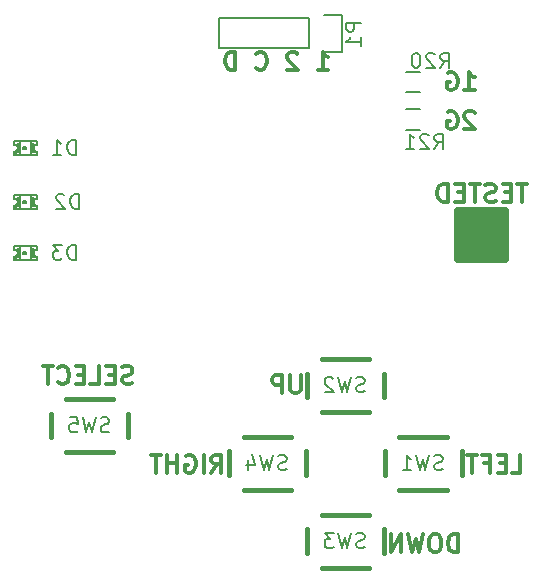
<source format=gbo>
G04 #@! TF.FileFunction,Legend,Bot*
%FSLAX46Y46*%
G04 Gerber Fmt 4.6, Leading zero omitted, Abs format (unit mm)*
G04 Created by KiCad (PCBNEW (after 2015-mar-04 BZR unknown)-product) date 7/16/2015 5:07:47 PM*
%MOMM*%
G01*
G04 APERTURE LIST*
%ADD10C,0.150000*%
%ADD11C,0.300000*%
%ADD12C,0.381000*%
%ADD13C,0.650000*%
%ADD14C,0.304800*%
G04 APERTURE END LIST*
D10*
D11*
X136052571Y-73743429D02*
X135981142Y-73672000D01*
X135838285Y-73600571D01*
X135481142Y-73600571D01*
X135338285Y-73672000D01*
X135266856Y-73743429D01*
X135195428Y-73886286D01*
X135195428Y-74029143D01*
X135266856Y-74243429D01*
X136123999Y-75100571D01*
X135195428Y-75100571D01*
X133766857Y-73672000D02*
X133909714Y-73600571D01*
X134124000Y-73600571D01*
X134338285Y-73672000D01*
X134481143Y-73814857D01*
X134552571Y-73957714D01*
X134624000Y-74243429D01*
X134624000Y-74457714D01*
X134552571Y-74743429D01*
X134481143Y-74886286D01*
X134338285Y-75029143D01*
X134124000Y-75100571D01*
X133981143Y-75100571D01*
X133766857Y-75029143D01*
X133695428Y-74957714D01*
X133695428Y-74457714D01*
X133981143Y-74457714D01*
X135195428Y-71798571D02*
X136052571Y-71798571D01*
X135623999Y-71798571D02*
X135623999Y-70298571D01*
X135766856Y-70512857D01*
X135909714Y-70655714D01*
X136052571Y-70727143D01*
X133766857Y-70370000D02*
X133909714Y-70298571D01*
X134124000Y-70298571D01*
X134338285Y-70370000D01*
X134481143Y-70512857D01*
X134552571Y-70655714D01*
X134624000Y-70941429D01*
X134624000Y-71155714D01*
X134552571Y-71441429D01*
X134481143Y-71584286D01*
X134338285Y-71727143D01*
X134124000Y-71798571D01*
X133981143Y-71798571D01*
X133766857Y-71727143D01*
X133695428Y-71655714D01*
X133695428Y-71155714D01*
X133981143Y-71155714D01*
X107092286Y-96619143D02*
X106878000Y-96690571D01*
X106520857Y-96690571D01*
X106378000Y-96619143D01*
X106306571Y-96547714D01*
X106235143Y-96404857D01*
X106235143Y-96262000D01*
X106306571Y-96119143D01*
X106378000Y-96047714D01*
X106520857Y-95976286D01*
X106806571Y-95904857D01*
X106949429Y-95833429D01*
X107020857Y-95762000D01*
X107092286Y-95619143D01*
X107092286Y-95476286D01*
X107020857Y-95333429D01*
X106949429Y-95262000D01*
X106806571Y-95190571D01*
X106449429Y-95190571D01*
X106235143Y-95262000D01*
X105592286Y-95904857D02*
X105092286Y-95904857D01*
X104878000Y-96690571D02*
X105592286Y-96690571D01*
X105592286Y-95190571D01*
X104878000Y-95190571D01*
X103520857Y-96690571D02*
X104235143Y-96690571D01*
X104235143Y-95190571D01*
X103020857Y-95904857D02*
X102520857Y-95904857D01*
X102306571Y-96690571D02*
X103020857Y-96690571D01*
X103020857Y-95190571D01*
X102306571Y-95190571D01*
X100806571Y-96547714D02*
X100878000Y-96619143D01*
X101092286Y-96690571D01*
X101235143Y-96690571D01*
X101449428Y-96619143D01*
X101592286Y-96476286D01*
X101663714Y-96333429D01*
X101735143Y-96047714D01*
X101735143Y-95833429D01*
X101663714Y-95547714D01*
X101592286Y-95404857D01*
X101449428Y-95262000D01*
X101235143Y-95190571D01*
X101092286Y-95190571D01*
X100878000Y-95262000D01*
X100806571Y-95333429D01*
X100378000Y-95190571D02*
X99520857Y-95190571D01*
X99949428Y-96690571D02*
X99949428Y-95190571D01*
X134647429Y-110914571D02*
X134647429Y-109414571D01*
X134290286Y-109414571D01*
X134076001Y-109486000D01*
X133933143Y-109628857D01*
X133861715Y-109771714D01*
X133790286Y-110057429D01*
X133790286Y-110271714D01*
X133861715Y-110557429D01*
X133933143Y-110700286D01*
X134076001Y-110843143D01*
X134290286Y-110914571D01*
X134647429Y-110914571D01*
X132861715Y-109414571D02*
X132576001Y-109414571D01*
X132433143Y-109486000D01*
X132290286Y-109628857D01*
X132218858Y-109914571D01*
X132218858Y-110414571D01*
X132290286Y-110700286D01*
X132433143Y-110843143D01*
X132576001Y-110914571D01*
X132861715Y-110914571D01*
X133004572Y-110843143D01*
X133147429Y-110700286D01*
X133218858Y-110414571D01*
X133218858Y-109914571D01*
X133147429Y-109628857D01*
X133004572Y-109486000D01*
X132861715Y-109414571D01*
X131718857Y-109414571D02*
X131361714Y-110914571D01*
X131076000Y-109843143D01*
X130790286Y-110914571D01*
X130433143Y-109414571D01*
X129861714Y-110914571D02*
X129861714Y-109414571D01*
X129004571Y-110914571D01*
X129004571Y-109414571D01*
X113760000Y-104183571D02*
X114260000Y-103469286D01*
X114617143Y-104183571D02*
X114617143Y-102683571D01*
X114045715Y-102683571D01*
X113902857Y-102755000D01*
X113831429Y-102826429D01*
X113760000Y-102969286D01*
X113760000Y-103183571D01*
X113831429Y-103326429D01*
X113902857Y-103397857D01*
X114045715Y-103469286D01*
X114617143Y-103469286D01*
X113117143Y-104183571D02*
X113117143Y-102683571D01*
X111617143Y-102755000D02*
X111760000Y-102683571D01*
X111974286Y-102683571D01*
X112188571Y-102755000D01*
X112331429Y-102897857D01*
X112402857Y-103040714D01*
X112474286Y-103326429D01*
X112474286Y-103540714D01*
X112402857Y-103826429D01*
X112331429Y-103969286D01*
X112188571Y-104112143D01*
X111974286Y-104183571D01*
X111831429Y-104183571D01*
X111617143Y-104112143D01*
X111545714Y-104040714D01*
X111545714Y-103540714D01*
X111831429Y-103540714D01*
X110902857Y-104183571D02*
X110902857Y-102683571D01*
X110902857Y-103397857D02*
X110045714Y-103397857D01*
X110045714Y-104183571D02*
X110045714Y-102683571D01*
X109545714Y-102683571D02*
X108688571Y-102683571D01*
X109117142Y-104183571D02*
X109117142Y-102683571D01*
X139223571Y-104183571D02*
X139937857Y-104183571D01*
X139937857Y-102683571D01*
X138723571Y-103397857D02*
X138223571Y-103397857D01*
X138009285Y-104183571D02*
X138723571Y-104183571D01*
X138723571Y-102683571D01*
X138009285Y-102683571D01*
X136866428Y-103397857D02*
X137366428Y-103397857D01*
X137366428Y-104183571D02*
X137366428Y-102683571D01*
X136652142Y-102683571D01*
X136295000Y-102683571D02*
X135437857Y-102683571D01*
X135866428Y-104183571D02*
X135866428Y-102683571D01*
X121320571Y-95952571D02*
X121320571Y-97166857D01*
X121249143Y-97309714D01*
X121177714Y-97381143D01*
X121034857Y-97452571D01*
X120749143Y-97452571D01*
X120606285Y-97381143D01*
X120534857Y-97309714D01*
X120463428Y-97166857D01*
X120463428Y-95952571D01*
X119749142Y-97452571D02*
X119749142Y-95952571D01*
X119177714Y-95952571D01*
X119034856Y-96024000D01*
X118963428Y-96095429D01*
X118891999Y-96238286D01*
X118891999Y-96452571D01*
X118963428Y-96595429D01*
X119034856Y-96666857D01*
X119177714Y-96738286D01*
X119749142Y-96738286D01*
X122778399Y-70071371D02*
X123635542Y-70071371D01*
X123206970Y-70071371D02*
X123206970Y-68571371D01*
X123349827Y-68785657D01*
X123492685Y-68928514D01*
X123635542Y-68999943D01*
X121064114Y-68714229D02*
X120992685Y-68642800D01*
X120849828Y-68571371D01*
X120492685Y-68571371D01*
X120349828Y-68642800D01*
X120278399Y-68714229D01*
X120206971Y-68857086D01*
X120206971Y-68999943D01*
X120278399Y-69214229D01*
X121135542Y-70071371D01*
X120206971Y-70071371D01*
X117564114Y-69928514D02*
X117635543Y-69999943D01*
X117849829Y-70071371D01*
X117992686Y-70071371D01*
X118206971Y-69999943D01*
X118349829Y-69857086D01*
X118421257Y-69714229D01*
X118492686Y-69428514D01*
X118492686Y-69214229D01*
X118421257Y-68928514D01*
X118349829Y-68785657D01*
X118206971Y-68642800D01*
X117992686Y-68571371D01*
X117849829Y-68571371D01*
X117635543Y-68642800D01*
X117564114Y-68714229D01*
X115778400Y-70071371D02*
X115778400Y-68571371D01*
X115421257Y-68571371D01*
X115206972Y-68642800D01*
X115064114Y-68785657D01*
X114992686Y-68928514D01*
X114921257Y-69214229D01*
X114921257Y-69428514D01*
X114992686Y-69714229D01*
X115064114Y-69857086D01*
X115206972Y-69999943D01*
X115421257Y-70071371D01*
X115778400Y-70071371D01*
D10*
X131410000Y-70245000D02*
X130210000Y-70245000D01*
X130210000Y-71995000D02*
X131410000Y-71995000D01*
X131410000Y-73420000D02*
X130210000Y-73420000D01*
X130210000Y-75170000D02*
X131410000Y-75170000D01*
X122040000Y-68270000D02*
X114420000Y-68270000D01*
X122040000Y-65730000D02*
X114420000Y-65730000D01*
X124860000Y-65450000D02*
X123310000Y-65450000D01*
X114420000Y-68270000D02*
X114420000Y-65730000D01*
X122040000Y-65730000D02*
X122040000Y-68270000D01*
X123310000Y-68550000D02*
X124860000Y-68550000D01*
X124860000Y-68550000D02*
X124860000Y-65450000D01*
D12*
X134951200Y-102399240D02*
X134951200Y-104400760D01*
X133698980Y-105650440D02*
X129701020Y-105650440D01*
X128448800Y-102399240D02*
X128448800Y-104149300D01*
X128448800Y-104149300D02*
X128448800Y-104400760D01*
X133698980Y-101149560D02*
X129701020Y-101149560D01*
X128351200Y-95799240D02*
X128351200Y-97800760D01*
X127098980Y-99050440D02*
X123101020Y-99050440D01*
X121848800Y-95799240D02*
X121848800Y-97549300D01*
X121848800Y-97549300D02*
X121848800Y-97800760D01*
X127098980Y-94549560D02*
X123101020Y-94549560D01*
X128351200Y-108999240D02*
X128351200Y-111000760D01*
X127098980Y-112250440D02*
X123101020Y-112250440D01*
X121848800Y-108999240D02*
X121848800Y-110749300D01*
X121848800Y-110749300D02*
X121848800Y-111000760D01*
X127098980Y-107749560D02*
X123101020Y-107749560D01*
X121751200Y-102399240D02*
X121751200Y-104400760D01*
X120498980Y-105650440D02*
X116501020Y-105650440D01*
X115248800Y-102399240D02*
X115248800Y-104149300D01*
X115248800Y-104149300D02*
X115248800Y-104400760D01*
X120498980Y-101149560D02*
X116501020Y-101149560D01*
X106727200Y-99199240D02*
X106727200Y-101200760D01*
X105474980Y-102450440D02*
X101477020Y-102450440D01*
X100224800Y-99199240D02*
X100224800Y-100949300D01*
X100224800Y-100949300D02*
X100224800Y-101200760D01*
X105474980Y-97949560D02*
X101477020Y-97949560D01*
D10*
X97546160Y-76408280D02*
X97546160Y-76083160D01*
X97546160Y-76083160D02*
X97045780Y-76083160D01*
X97045780Y-76408280D02*
X97045780Y-76083160D01*
X97546160Y-76408280D02*
X97045780Y-76408280D01*
X97546160Y-77030580D02*
X97546160Y-76880720D01*
X97546160Y-76880720D02*
X97294700Y-76880720D01*
X97294700Y-77030580D02*
X97294700Y-76880720D01*
X97546160Y-77030580D02*
X97294700Y-77030580D01*
X97546160Y-76535280D02*
X97546160Y-76385420D01*
X97546160Y-76385420D02*
X97294700Y-76385420D01*
X97294700Y-76535280D02*
X97294700Y-76385420D01*
X97546160Y-76535280D02*
X97294700Y-76535280D01*
X97546160Y-76906120D02*
X97546160Y-76509880D01*
X97546160Y-76509880D02*
X97370900Y-76509880D01*
X97370900Y-76906120D02*
X97370900Y-76509880D01*
X97546160Y-76906120D02*
X97370900Y-76906120D01*
X99042220Y-76408280D02*
X99042220Y-76083160D01*
X99042220Y-76083160D02*
X98541840Y-76083160D01*
X98541840Y-76408280D02*
X98541840Y-76083160D01*
X99042220Y-76408280D02*
X98541840Y-76408280D01*
X99042220Y-77332840D02*
X99042220Y-77007720D01*
X99042220Y-77007720D02*
X98541840Y-77007720D01*
X98541840Y-77332840D02*
X98541840Y-77007720D01*
X99042220Y-77332840D02*
X98541840Y-77332840D01*
X98793300Y-76535280D02*
X98793300Y-76385420D01*
X98793300Y-76385420D02*
X98541840Y-76385420D01*
X98541840Y-76535280D02*
X98541840Y-76385420D01*
X98793300Y-76535280D02*
X98541840Y-76535280D01*
X98793300Y-77030580D02*
X98793300Y-76880720D01*
X98793300Y-76880720D02*
X98541840Y-76880720D01*
X98541840Y-77030580D02*
X98541840Y-76880720D01*
X98793300Y-77030580D02*
X98541840Y-77030580D01*
X98717100Y-76906120D02*
X98717100Y-76509880D01*
X98717100Y-76509880D02*
X98541840Y-76509880D01*
X98541840Y-76906120D02*
X98541840Y-76509880D01*
X98717100Y-76906120D02*
X98541840Y-76906120D01*
X98044000Y-76807060D02*
X98044000Y-76608940D01*
X98044000Y-76608940D02*
X97845880Y-76608940D01*
X97845880Y-76807060D02*
X97845880Y-76608940D01*
X98044000Y-76807060D02*
X97845880Y-76807060D01*
X97546160Y-77307440D02*
X97546160Y-77007720D01*
X97546160Y-77007720D02*
X97246440Y-77007720D01*
X97246440Y-77307440D02*
X97246440Y-77007720D01*
X97546160Y-77307440D02*
X97246440Y-77307440D01*
X97119440Y-77332840D02*
X97119440Y-77106780D01*
X97119440Y-77106780D02*
X97045780Y-77106780D01*
X97045780Y-77332840D02*
X97045780Y-77106780D01*
X97119440Y-77332840D02*
X97045780Y-77332840D01*
X97520760Y-76133960D02*
X98567240Y-76133960D01*
X98541840Y-77282040D02*
X97119440Y-77282040D01*
X97267482Y-77157580D02*
G75*
G03X97267482Y-77157580I-71842J0D01*
G01*
X97045780Y-77055980D02*
G75*
G03X97045780Y-76360020I0J347980D01*
G01*
X99042220Y-76360020D02*
G75*
G03X99042220Y-77055980I0J-347980D01*
G01*
X97546160Y-80980280D02*
X97546160Y-80655160D01*
X97546160Y-80655160D02*
X97045780Y-80655160D01*
X97045780Y-80980280D02*
X97045780Y-80655160D01*
X97546160Y-80980280D02*
X97045780Y-80980280D01*
X97546160Y-81602580D02*
X97546160Y-81452720D01*
X97546160Y-81452720D02*
X97294700Y-81452720D01*
X97294700Y-81602580D02*
X97294700Y-81452720D01*
X97546160Y-81602580D02*
X97294700Y-81602580D01*
X97546160Y-81107280D02*
X97546160Y-80957420D01*
X97546160Y-80957420D02*
X97294700Y-80957420D01*
X97294700Y-81107280D02*
X97294700Y-80957420D01*
X97546160Y-81107280D02*
X97294700Y-81107280D01*
X97546160Y-81478120D02*
X97546160Y-81081880D01*
X97546160Y-81081880D02*
X97370900Y-81081880D01*
X97370900Y-81478120D02*
X97370900Y-81081880D01*
X97546160Y-81478120D02*
X97370900Y-81478120D01*
X99042220Y-80980280D02*
X99042220Y-80655160D01*
X99042220Y-80655160D02*
X98541840Y-80655160D01*
X98541840Y-80980280D02*
X98541840Y-80655160D01*
X99042220Y-80980280D02*
X98541840Y-80980280D01*
X99042220Y-81904840D02*
X99042220Y-81579720D01*
X99042220Y-81579720D02*
X98541840Y-81579720D01*
X98541840Y-81904840D02*
X98541840Y-81579720D01*
X99042220Y-81904840D02*
X98541840Y-81904840D01*
X98793300Y-81107280D02*
X98793300Y-80957420D01*
X98793300Y-80957420D02*
X98541840Y-80957420D01*
X98541840Y-81107280D02*
X98541840Y-80957420D01*
X98793300Y-81107280D02*
X98541840Y-81107280D01*
X98793300Y-81602580D02*
X98793300Y-81452720D01*
X98793300Y-81452720D02*
X98541840Y-81452720D01*
X98541840Y-81602580D02*
X98541840Y-81452720D01*
X98793300Y-81602580D02*
X98541840Y-81602580D01*
X98717100Y-81478120D02*
X98717100Y-81081880D01*
X98717100Y-81081880D02*
X98541840Y-81081880D01*
X98541840Y-81478120D02*
X98541840Y-81081880D01*
X98717100Y-81478120D02*
X98541840Y-81478120D01*
X98044000Y-81379060D02*
X98044000Y-81180940D01*
X98044000Y-81180940D02*
X97845880Y-81180940D01*
X97845880Y-81379060D02*
X97845880Y-81180940D01*
X98044000Y-81379060D02*
X97845880Y-81379060D01*
X97546160Y-81879440D02*
X97546160Y-81579720D01*
X97546160Y-81579720D02*
X97246440Y-81579720D01*
X97246440Y-81879440D02*
X97246440Y-81579720D01*
X97546160Y-81879440D02*
X97246440Y-81879440D01*
X97119440Y-81904840D02*
X97119440Y-81678780D01*
X97119440Y-81678780D02*
X97045780Y-81678780D01*
X97045780Y-81904840D02*
X97045780Y-81678780D01*
X97119440Y-81904840D02*
X97045780Y-81904840D01*
X97520760Y-80705960D02*
X98567240Y-80705960D01*
X98541840Y-81854040D02*
X97119440Y-81854040D01*
X97267482Y-81729580D02*
G75*
G03X97267482Y-81729580I-71842J0D01*
G01*
X97045780Y-81627980D02*
G75*
G03X97045780Y-80932020I0J347980D01*
G01*
X99042220Y-80932020D02*
G75*
G03X99042220Y-81627980I0J-347980D01*
G01*
X97546160Y-85298280D02*
X97546160Y-84973160D01*
X97546160Y-84973160D02*
X97045780Y-84973160D01*
X97045780Y-85298280D02*
X97045780Y-84973160D01*
X97546160Y-85298280D02*
X97045780Y-85298280D01*
X97546160Y-85920580D02*
X97546160Y-85770720D01*
X97546160Y-85770720D02*
X97294700Y-85770720D01*
X97294700Y-85920580D02*
X97294700Y-85770720D01*
X97546160Y-85920580D02*
X97294700Y-85920580D01*
X97546160Y-85425280D02*
X97546160Y-85275420D01*
X97546160Y-85275420D02*
X97294700Y-85275420D01*
X97294700Y-85425280D02*
X97294700Y-85275420D01*
X97546160Y-85425280D02*
X97294700Y-85425280D01*
X97546160Y-85796120D02*
X97546160Y-85399880D01*
X97546160Y-85399880D02*
X97370900Y-85399880D01*
X97370900Y-85796120D02*
X97370900Y-85399880D01*
X97546160Y-85796120D02*
X97370900Y-85796120D01*
X99042220Y-85298280D02*
X99042220Y-84973160D01*
X99042220Y-84973160D02*
X98541840Y-84973160D01*
X98541840Y-85298280D02*
X98541840Y-84973160D01*
X99042220Y-85298280D02*
X98541840Y-85298280D01*
X99042220Y-86222840D02*
X99042220Y-85897720D01*
X99042220Y-85897720D02*
X98541840Y-85897720D01*
X98541840Y-86222840D02*
X98541840Y-85897720D01*
X99042220Y-86222840D02*
X98541840Y-86222840D01*
X98793300Y-85425280D02*
X98793300Y-85275420D01*
X98793300Y-85275420D02*
X98541840Y-85275420D01*
X98541840Y-85425280D02*
X98541840Y-85275420D01*
X98793300Y-85425280D02*
X98541840Y-85425280D01*
X98793300Y-85920580D02*
X98793300Y-85770720D01*
X98793300Y-85770720D02*
X98541840Y-85770720D01*
X98541840Y-85920580D02*
X98541840Y-85770720D01*
X98793300Y-85920580D02*
X98541840Y-85920580D01*
X98717100Y-85796120D02*
X98717100Y-85399880D01*
X98717100Y-85399880D02*
X98541840Y-85399880D01*
X98541840Y-85796120D02*
X98541840Y-85399880D01*
X98717100Y-85796120D02*
X98541840Y-85796120D01*
X98044000Y-85697060D02*
X98044000Y-85498940D01*
X98044000Y-85498940D02*
X97845880Y-85498940D01*
X97845880Y-85697060D02*
X97845880Y-85498940D01*
X98044000Y-85697060D02*
X97845880Y-85697060D01*
X97546160Y-86197440D02*
X97546160Y-85897720D01*
X97546160Y-85897720D02*
X97246440Y-85897720D01*
X97246440Y-86197440D02*
X97246440Y-85897720D01*
X97546160Y-86197440D02*
X97246440Y-86197440D01*
X97119440Y-86222840D02*
X97119440Y-85996780D01*
X97119440Y-85996780D02*
X97045780Y-85996780D01*
X97045780Y-86222840D02*
X97045780Y-85996780D01*
X97119440Y-86222840D02*
X97045780Y-86222840D01*
X97520760Y-85023960D02*
X98567240Y-85023960D01*
X98541840Y-86172040D02*
X97119440Y-86172040D01*
X97267482Y-86047580D02*
G75*
G03X97267482Y-86047580I-71842J0D01*
G01*
X97045780Y-85945980D02*
G75*
G03X97045780Y-85250020I0J347980D01*
G01*
X99042220Y-85250020D02*
G75*
G03X99042220Y-85945980I0J-347980D01*
G01*
D13*
X134652000Y-82074000D02*
X138652000Y-82074000D01*
X138652000Y-82074000D02*
X138652000Y-86074000D01*
X138652000Y-86074000D02*
X134652000Y-86074000D01*
X134652000Y-86074000D02*
X134652000Y-82074000D01*
X134652000Y-82074000D02*
X134652000Y-82574000D01*
X134652000Y-82574000D02*
X138652000Y-82574000D01*
X138652000Y-82574000D02*
X138652000Y-83074000D01*
X138652000Y-83074000D02*
X134652000Y-83074000D01*
X134652000Y-83074000D02*
X134652000Y-83574000D01*
X134652000Y-83574000D02*
X138652000Y-83574000D01*
X138652000Y-83574000D02*
X138652000Y-84074000D01*
X138652000Y-84074000D02*
X134652000Y-84074000D01*
X134652000Y-84074000D02*
X134652000Y-84574000D01*
X134652000Y-84574000D02*
X138152000Y-84574000D01*
X138152000Y-84574000D02*
X138652000Y-84574000D01*
X138652000Y-84574000D02*
X138652000Y-85074000D01*
X138652000Y-85074000D02*
X134652000Y-85074000D01*
X134652000Y-85074000D02*
X134652000Y-85574000D01*
X134652000Y-85574000D02*
X138652000Y-85574000D01*
D10*
X133150429Y-69916524D02*
X133573762Y-69311762D01*
X133876143Y-69916524D02*
X133876143Y-68646524D01*
X133392334Y-68646524D01*
X133271381Y-68707000D01*
X133210905Y-68767476D01*
X133150429Y-68888429D01*
X133150429Y-69069857D01*
X133210905Y-69190810D01*
X133271381Y-69251286D01*
X133392334Y-69311762D01*
X133876143Y-69311762D01*
X132666619Y-68767476D02*
X132606143Y-68707000D01*
X132485191Y-68646524D01*
X132182810Y-68646524D01*
X132061857Y-68707000D01*
X132001381Y-68767476D01*
X131940905Y-68888429D01*
X131940905Y-69009381D01*
X132001381Y-69190810D01*
X132727095Y-69916524D01*
X131940905Y-69916524D01*
X131154714Y-68646524D02*
X131033762Y-68646524D01*
X130912810Y-68707000D01*
X130852333Y-68767476D01*
X130791857Y-68888429D01*
X130731381Y-69130333D01*
X130731381Y-69432714D01*
X130791857Y-69674619D01*
X130852333Y-69795571D01*
X130912810Y-69856048D01*
X131033762Y-69916524D01*
X131154714Y-69916524D01*
X131275667Y-69856048D01*
X131336143Y-69795571D01*
X131396619Y-69674619D01*
X131457095Y-69432714D01*
X131457095Y-69130333D01*
X131396619Y-68888429D01*
X131336143Y-68767476D01*
X131275667Y-68707000D01*
X131154714Y-68646524D01*
X132642429Y-76774524D02*
X133065762Y-76169762D01*
X133368143Y-76774524D02*
X133368143Y-75504524D01*
X132884334Y-75504524D01*
X132763381Y-75565000D01*
X132702905Y-75625476D01*
X132642429Y-75746429D01*
X132642429Y-75927857D01*
X132702905Y-76048810D01*
X132763381Y-76109286D01*
X132884334Y-76169762D01*
X133368143Y-76169762D01*
X132158619Y-75625476D02*
X132098143Y-75565000D01*
X131977191Y-75504524D01*
X131674810Y-75504524D01*
X131553857Y-75565000D01*
X131493381Y-75625476D01*
X131432905Y-75746429D01*
X131432905Y-75867381D01*
X131493381Y-76048810D01*
X132219095Y-76774524D01*
X131432905Y-76774524D01*
X130223381Y-76774524D02*
X130949095Y-76774524D01*
X130586238Y-76774524D02*
X130586238Y-75504524D01*
X130707190Y-75685952D01*
X130828143Y-75806905D01*
X130949095Y-75867381D01*
X126456924Y-66118619D02*
X125186924Y-66118619D01*
X125186924Y-66602428D01*
X125247400Y-66723381D01*
X125307876Y-66783857D01*
X125428829Y-66844333D01*
X125610257Y-66844333D01*
X125731210Y-66783857D01*
X125791686Y-66723381D01*
X125852162Y-66602428D01*
X125852162Y-66118619D01*
X126456924Y-68053857D02*
X126456924Y-67328143D01*
X126456924Y-67691000D02*
X125186924Y-67691000D01*
X125368352Y-67570048D01*
X125489305Y-67449095D01*
X125549781Y-67328143D01*
X133342533Y-103914048D02*
X133161105Y-103974524D01*
X132858724Y-103974524D01*
X132737771Y-103914048D01*
X132677295Y-103853571D01*
X132616819Y-103732619D01*
X132616819Y-103611667D01*
X132677295Y-103490714D01*
X132737771Y-103430238D01*
X132858724Y-103369762D01*
X133100628Y-103309286D01*
X133221581Y-103248810D01*
X133282057Y-103188333D01*
X133342533Y-103067381D01*
X133342533Y-102946429D01*
X133282057Y-102825476D01*
X133221581Y-102765000D01*
X133100628Y-102704524D01*
X132798248Y-102704524D01*
X132616819Y-102765000D01*
X132193485Y-102704524D02*
X131891104Y-103974524D01*
X131649200Y-103067381D01*
X131407295Y-103974524D01*
X131104914Y-102704524D01*
X129955866Y-103974524D02*
X130681580Y-103974524D01*
X130318723Y-103974524D02*
X130318723Y-102704524D01*
X130439675Y-102885952D01*
X130560628Y-103006905D01*
X130681580Y-103067381D01*
X126742533Y-97314048D02*
X126561105Y-97374524D01*
X126258724Y-97374524D01*
X126137771Y-97314048D01*
X126077295Y-97253571D01*
X126016819Y-97132619D01*
X126016819Y-97011667D01*
X126077295Y-96890714D01*
X126137771Y-96830238D01*
X126258724Y-96769762D01*
X126500628Y-96709286D01*
X126621581Y-96648810D01*
X126682057Y-96588333D01*
X126742533Y-96467381D01*
X126742533Y-96346429D01*
X126682057Y-96225476D01*
X126621581Y-96165000D01*
X126500628Y-96104524D01*
X126198248Y-96104524D01*
X126016819Y-96165000D01*
X125593485Y-96104524D02*
X125291104Y-97374524D01*
X125049200Y-96467381D01*
X124807295Y-97374524D01*
X124504914Y-96104524D01*
X124081580Y-96225476D02*
X124021104Y-96165000D01*
X123900152Y-96104524D01*
X123597771Y-96104524D01*
X123476818Y-96165000D01*
X123416342Y-96225476D01*
X123355866Y-96346429D01*
X123355866Y-96467381D01*
X123416342Y-96648810D01*
X124142056Y-97374524D01*
X123355866Y-97374524D01*
X126742533Y-110514048D02*
X126561105Y-110574524D01*
X126258724Y-110574524D01*
X126137771Y-110514048D01*
X126077295Y-110453571D01*
X126016819Y-110332619D01*
X126016819Y-110211667D01*
X126077295Y-110090714D01*
X126137771Y-110030238D01*
X126258724Y-109969762D01*
X126500628Y-109909286D01*
X126621581Y-109848810D01*
X126682057Y-109788333D01*
X126742533Y-109667381D01*
X126742533Y-109546429D01*
X126682057Y-109425476D01*
X126621581Y-109365000D01*
X126500628Y-109304524D01*
X126198248Y-109304524D01*
X126016819Y-109365000D01*
X125593485Y-109304524D02*
X125291104Y-110574524D01*
X125049200Y-109667381D01*
X124807295Y-110574524D01*
X124504914Y-109304524D01*
X124142056Y-109304524D02*
X123355866Y-109304524D01*
X123779199Y-109788333D01*
X123597771Y-109788333D01*
X123476818Y-109848810D01*
X123416342Y-109909286D01*
X123355866Y-110030238D01*
X123355866Y-110332619D01*
X123416342Y-110453571D01*
X123476818Y-110514048D01*
X123597771Y-110574524D01*
X123960628Y-110574524D01*
X124081580Y-110514048D01*
X124142056Y-110453571D01*
X120142533Y-103914048D02*
X119961105Y-103974524D01*
X119658724Y-103974524D01*
X119537771Y-103914048D01*
X119477295Y-103853571D01*
X119416819Y-103732619D01*
X119416819Y-103611667D01*
X119477295Y-103490714D01*
X119537771Y-103430238D01*
X119658724Y-103369762D01*
X119900628Y-103309286D01*
X120021581Y-103248810D01*
X120082057Y-103188333D01*
X120142533Y-103067381D01*
X120142533Y-102946429D01*
X120082057Y-102825476D01*
X120021581Y-102765000D01*
X119900628Y-102704524D01*
X119598248Y-102704524D01*
X119416819Y-102765000D01*
X118993485Y-102704524D02*
X118691104Y-103974524D01*
X118449200Y-103067381D01*
X118207295Y-103974524D01*
X117904914Y-102704524D01*
X116876818Y-103127857D02*
X116876818Y-103974524D01*
X117179199Y-102644048D02*
X117481580Y-103551190D01*
X116695390Y-103551190D01*
X105118533Y-100714048D02*
X104937105Y-100774524D01*
X104634724Y-100774524D01*
X104513771Y-100714048D01*
X104453295Y-100653571D01*
X104392819Y-100532619D01*
X104392819Y-100411667D01*
X104453295Y-100290714D01*
X104513771Y-100230238D01*
X104634724Y-100169762D01*
X104876628Y-100109286D01*
X104997581Y-100048810D01*
X105058057Y-99988333D01*
X105118533Y-99867381D01*
X105118533Y-99746429D01*
X105058057Y-99625476D01*
X104997581Y-99565000D01*
X104876628Y-99504524D01*
X104574248Y-99504524D01*
X104392819Y-99565000D01*
X103969485Y-99504524D02*
X103667104Y-100774524D01*
X103425200Y-99867381D01*
X103183295Y-100774524D01*
X102880914Y-99504524D01*
X101792342Y-99504524D02*
X102397104Y-99504524D01*
X102457580Y-100109286D01*
X102397104Y-100048810D01*
X102276152Y-99988333D01*
X101973771Y-99988333D01*
X101852818Y-100048810D01*
X101792342Y-100109286D01*
X101731866Y-100230238D01*
X101731866Y-100532619D01*
X101792342Y-100653571D01*
X101852818Y-100714048D01*
X101973771Y-100774524D01*
X102276152Y-100774524D01*
X102397104Y-100714048D01*
X102457580Y-100653571D01*
X102283381Y-77282524D02*
X102283381Y-76012524D01*
X101981000Y-76012524D01*
X101799572Y-76073000D01*
X101678619Y-76193952D01*
X101618143Y-76314905D01*
X101557667Y-76556810D01*
X101557667Y-76738238D01*
X101618143Y-76980143D01*
X101678619Y-77101095D01*
X101799572Y-77222048D01*
X101981000Y-77282524D01*
X102283381Y-77282524D01*
X100348143Y-77282524D02*
X101073857Y-77282524D01*
X100711000Y-77282524D02*
X100711000Y-76012524D01*
X100831952Y-76193952D01*
X100952905Y-76314905D01*
X101073857Y-76375381D01*
X102537381Y-81854524D02*
X102537381Y-80584524D01*
X102235000Y-80584524D01*
X102053572Y-80645000D01*
X101932619Y-80765952D01*
X101872143Y-80886905D01*
X101811667Y-81128810D01*
X101811667Y-81310238D01*
X101872143Y-81552143D01*
X101932619Y-81673095D01*
X102053572Y-81794048D01*
X102235000Y-81854524D01*
X102537381Y-81854524D01*
X101327857Y-80705476D02*
X101267381Y-80645000D01*
X101146429Y-80584524D01*
X100844048Y-80584524D01*
X100723095Y-80645000D01*
X100662619Y-80705476D01*
X100602143Y-80826429D01*
X100602143Y-80947381D01*
X100662619Y-81128810D01*
X101388333Y-81854524D01*
X100602143Y-81854524D01*
X102283381Y-86172524D02*
X102283381Y-84902524D01*
X101981000Y-84902524D01*
X101799572Y-84963000D01*
X101678619Y-85083952D01*
X101618143Y-85204905D01*
X101557667Y-85446810D01*
X101557667Y-85628238D01*
X101618143Y-85870143D01*
X101678619Y-85991095D01*
X101799572Y-86112048D01*
X101981000Y-86172524D01*
X102283381Y-86172524D01*
X101134333Y-84902524D02*
X100348143Y-84902524D01*
X100771476Y-85386333D01*
X100590048Y-85386333D01*
X100469095Y-85446810D01*
X100408619Y-85507286D01*
X100348143Y-85628238D01*
X100348143Y-85930619D01*
X100408619Y-86051571D01*
X100469095Y-86112048D01*
X100590048Y-86172524D01*
X100952905Y-86172524D01*
X101073857Y-86112048D01*
X101134333Y-86051571D01*
D14*
X140534571Y-79739429D02*
X139663714Y-79739429D01*
X140099143Y-81263429D02*
X140099143Y-79739429D01*
X139155714Y-80465143D02*
X138647714Y-80465143D01*
X138430000Y-81263429D02*
X139155714Y-81263429D01*
X139155714Y-79739429D01*
X138430000Y-79739429D01*
X137849428Y-81190857D02*
X137631714Y-81263429D01*
X137268857Y-81263429D01*
X137123714Y-81190857D01*
X137051143Y-81118286D01*
X136978571Y-80973143D01*
X136978571Y-80828000D01*
X137051143Y-80682857D01*
X137123714Y-80610286D01*
X137268857Y-80537714D01*
X137559143Y-80465143D01*
X137704285Y-80392571D01*
X137776857Y-80320000D01*
X137849428Y-80174857D01*
X137849428Y-80029714D01*
X137776857Y-79884571D01*
X137704285Y-79812000D01*
X137559143Y-79739429D01*
X137196285Y-79739429D01*
X136978571Y-79812000D01*
X136543142Y-79739429D02*
X135672285Y-79739429D01*
X136107714Y-81263429D02*
X136107714Y-79739429D01*
X135164285Y-80465143D02*
X134656285Y-80465143D01*
X134438571Y-81263429D02*
X135164285Y-81263429D01*
X135164285Y-79739429D01*
X134438571Y-79739429D01*
X133785428Y-81263429D02*
X133785428Y-79739429D01*
X133422571Y-79739429D01*
X133204856Y-79812000D01*
X133059714Y-79957143D01*
X132987142Y-80102286D01*
X132914571Y-80392571D01*
X132914571Y-80610286D01*
X132987142Y-80900571D01*
X133059714Y-81045714D01*
X133204856Y-81190857D01*
X133422571Y-81263429D01*
X133785428Y-81263429D01*
M02*

</source>
